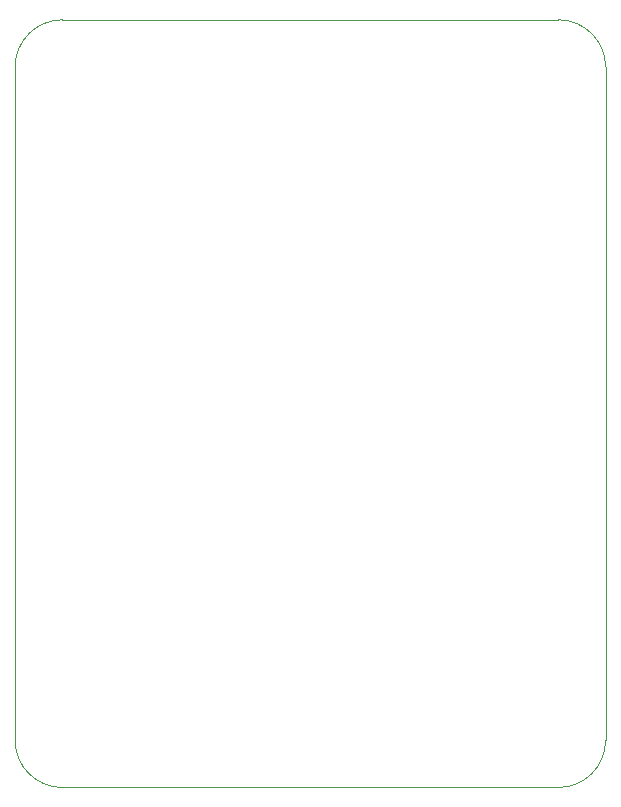
<source format=gbr>
%TF.GenerationSoftware,KiCad,Pcbnew,(5.1.9)-1*%
%TF.CreationDate,2021-07-30T23:28:39+09:30*%
%TF.ProjectId,tyre_temp_sense,74797265-5f74-4656-9d70-5f73656e7365,rev?*%
%TF.SameCoordinates,Original*%
%TF.FileFunction,Profile,NP*%
%FSLAX46Y46*%
G04 Gerber Fmt 4.6, Leading zero omitted, Abs format (unit mm)*
G04 Created by KiCad (PCBNEW (5.1.9)-1) date 2021-07-30 23:28:39*
%MOMM*%
%LPD*%
G01*
G04 APERTURE LIST*
%TA.AperFunction,Profile*%
%ADD10C,0.050000*%
%TD*%
G04 APERTURE END LIST*
D10*
X74000000Y-105000000D02*
G75*
G02*
X70000000Y-101000000I0J4000000D01*
G01*
X120000000Y-101000000D02*
G75*
G02*
X116000000Y-105000000I-4000000J0D01*
G01*
X74000000Y-40000000D02*
X116000000Y-40000000D01*
X120000000Y-44000000D02*
X120000000Y-101000000D01*
X116000000Y-40000000D02*
G75*
G02*
X120000000Y-44000000I0J-4000000D01*
G01*
X70000000Y-44000000D02*
G75*
G02*
X74000000Y-40000000I4000000J0D01*
G01*
X70000000Y-101000000D02*
X70000000Y-44000000D01*
X116000000Y-105000000D02*
X74000000Y-105000000D01*
M02*

</source>
